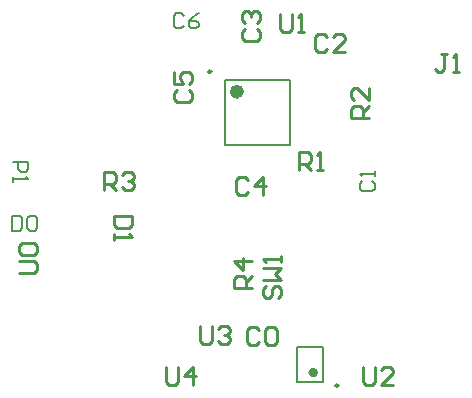
<source format=gto>
G04 Layer_Color=65535*
%FSLAX25Y25*%
%MOIN*%
G70*
G01*
G75*
%ADD19C,0.01000*%
%ADD20C,0.00984*%
%ADD30C,0.01575*%
%ADD31C,0.02362*%
%ADD32C,0.00787*%
%ADD33C,0.00800*%
D19*
X78102Y122699D02*
X77102Y121699D01*
Y119700D01*
X78102Y118700D01*
X82100D01*
X83100Y119700D01*
Y121699D01*
X82100Y122699D01*
X77102Y128697D02*
Y124698D01*
X80101D01*
X79101Y126697D01*
Y127697D01*
X80101Y128697D01*
X82100D01*
X83100Y127697D01*
Y125698D01*
X82100Y124698D01*
X63098Y80600D02*
X57100D01*
Y77601D01*
X58100Y76601D01*
X62098D01*
X63098Y77601D01*
Y80600D01*
X57100Y74602D02*
Y72603D01*
Y73602D01*
X63098D01*
X62098Y74602D01*
X101499Y92898D02*
X100499Y93898D01*
X98500D01*
X97500Y92898D01*
Y88900D01*
X98500Y87900D01*
X100499D01*
X101499Y88900D01*
X106497Y87900D02*
Y93898D01*
X103498Y90899D01*
X107497D01*
X100502Y142999D02*
X99502Y141999D01*
Y140000D01*
X100502Y139000D01*
X104500D01*
X105500Y140000D01*
Y141999D01*
X104500Y142999D01*
X100502Y144998D02*
X99502Y145998D01*
Y147997D01*
X100502Y148997D01*
X101501D01*
X102501Y147997D01*
Y146997D01*
Y147997D01*
X103501Y148997D01*
X104500D01*
X105500Y147997D01*
Y145998D01*
X104500Y144998D01*
X127799Y140398D02*
X126799Y141398D01*
X124800D01*
X123800Y140398D01*
Y136400D01*
X124800Y135400D01*
X126799D01*
X127799Y136400D01*
X133797Y135400D02*
X129798D01*
X133797Y139399D01*
Y140398D01*
X132797Y141398D01*
X130798D01*
X129798Y140398D01*
X105199Y42898D02*
X104199Y43898D01*
X102200D01*
X101200Y42898D01*
Y38900D01*
X102200Y37900D01*
X104199D01*
X105199Y38900D01*
X107198Y42898D02*
X108198Y43898D01*
X110197D01*
X111197Y42898D01*
Y38900D01*
X110197Y37900D01*
X108198D01*
X107198Y38900D01*
Y42898D01*
X118700Y96100D02*
Y102098D01*
X121699D01*
X122699Y101098D01*
Y99099D01*
X121699Y98099D01*
X118700D01*
X120699D02*
X122699Y96100D01*
X124698D02*
X126697D01*
X125698D01*
Y102098D01*
X124698Y101098D01*
X142000Y113400D02*
X136002D01*
Y116399D01*
X137002Y117399D01*
X139001D01*
X140001Y116399D01*
Y113400D01*
Y115399D02*
X142000Y117399D01*
Y123397D02*
Y119398D01*
X138001Y123397D01*
X137002D01*
X136002Y122397D01*
Y120398D01*
X137002Y119398D01*
X53500Y89400D02*
Y95398D01*
X56499D01*
X57499Y94398D01*
Y92399D01*
X56499Y91399D01*
X53500D01*
X55499D02*
X57499Y89400D01*
X59498Y94398D02*
X60498Y95398D01*
X62497D01*
X63497Y94398D01*
Y93399D01*
X62497Y92399D01*
X61497D01*
X62497D01*
X63497Y91399D01*
Y90400D01*
X62497Y89400D01*
X60498D01*
X59498Y90400D01*
X103100Y56900D02*
X97102D01*
Y59899D01*
X98102Y60899D01*
X100101D01*
X101101Y59899D01*
Y56900D01*
Y58899D02*
X103100Y60899D01*
Y65897D02*
X97102D01*
X100101Y62898D01*
Y66897D01*
X112200Y147998D02*
Y143000D01*
X113200Y142000D01*
X115199D01*
X116199Y143000D01*
Y147998D01*
X118198Y142000D02*
X120197D01*
X119198D01*
Y147998D01*
X118198Y146998D01*
X107602Y57299D02*
X106602Y56299D01*
Y54300D01*
X107602Y53300D01*
X108601D01*
X109601Y54300D01*
Y56299D01*
X110601Y57299D01*
X111600D01*
X112600Y56299D01*
Y54300D01*
X111600Y53300D01*
X106602Y59298D02*
X112600D01*
X110601Y61297D01*
X112600Y63297D01*
X106602D01*
X112600Y65296D02*
Y67295D01*
Y66296D01*
X106602D01*
X107602Y65296D01*
X25302Y61900D02*
X30300D01*
X31300Y62900D01*
Y64899D01*
X30300Y65899D01*
X25302D01*
X26302Y67898D02*
X25302Y68898D01*
Y70897D01*
X26302Y71897D01*
X30300D01*
X31300Y70897D01*
Y68898D01*
X30300Y67898D01*
X26302D01*
X85700Y44198D02*
Y39200D01*
X86700Y38200D01*
X88699D01*
X89699Y39200D01*
Y44198D01*
X91698Y43198D02*
X92698Y44198D01*
X94697D01*
X95697Y43198D01*
Y42199D01*
X94697Y41199D01*
X93697D01*
X94697D01*
X95697Y40199D01*
Y39200D01*
X94697Y38200D01*
X92698D01*
X91698Y39200D01*
X74200Y30398D02*
Y25400D01*
X75200Y24400D01*
X77199D01*
X78199Y25400D01*
Y30398D01*
X83197Y24400D02*
Y30398D01*
X80198Y27399D01*
X84197D01*
X139800Y30398D02*
Y25400D01*
X140800Y24400D01*
X142799D01*
X143799Y25400D01*
Y30398D01*
X149797Y24400D02*
X145798D01*
X149797Y28399D01*
Y29398D01*
X148797Y30398D01*
X146798D01*
X145798Y29398D01*
X168099Y134598D02*
X166099D01*
X167099D01*
Y129600D01*
X166099Y128600D01*
X165100D01*
X164100Y129600D01*
X170098Y128600D02*
X172097D01*
X171098D01*
Y134598D01*
X170098Y133598D01*
D20*
X131747Y24213D02*
G03*
X131747Y24213I-492J0D01*
G01*
X89347Y128883D02*
G03*
X89347Y128883I-492J0D01*
G01*
D30*
X124169Y28544D02*
G03*
X124169Y28544I-787J0D01*
G01*
D31*
X99091Y122190D02*
G03*
X99091Y122190I-1181J0D01*
G01*
D32*
X126531Y25394D02*
Y37205D01*
X117869Y25394D02*
Y37205D01*
Y25394D02*
X126531D01*
X117869Y37205D02*
X126531D01*
X93973Y104473D02*
X115627D01*
X93973Y126127D02*
X115627D01*
Y104473D02*
Y126127D01*
X93973Y104473D02*
Y126127D01*
D33*
X80232Y147565D02*
X79399Y148398D01*
X77733D01*
X76900Y147565D01*
Y144233D01*
X77733Y143400D01*
X79399D01*
X80232Y144233D01*
X85231Y148398D02*
X83565Y147565D01*
X81898Y145899D01*
Y144233D01*
X82731Y143400D01*
X84398D01*
X85231Y144233D01*
Y145066D01*
X84398Y145899D01*
X81898D01*
X139635Y92332D02*
X138802Y91499D01*
Y89833D01*
X139635Y89000D01*
X142967D01*
X143800Y89833D01*
Y91499D01*
X142967Y92332D01*
X143800Y93998D02*
Y95665D01*
Y94831D01*
X138802D01*
X139635Y93998D01*
X23100Y80898D02*
Y75900D01*
X25599D01*
X26432Y76733D01*
Y80065D01*
X25599Y80898D01*
X23100D01*
X28098Y80065D02*
X28931Y80898D01*
X30598D01*
X31431Y80065D01*
Y76733D01*
X30598Y75900D01*
X28931D01*
X28098Y76733D01*
Y80065D01*
X23400Y98900D02*
X28398D01*
Y96401D01*
X27565Y95568D01*
X25899D01*
X25066Y96401D01*
Y98900D01*
X23400Y93902D02*
Y92235D01*
Y93069D01*
X28398D01*
X27565Y93902D01*
M02*

</source>
